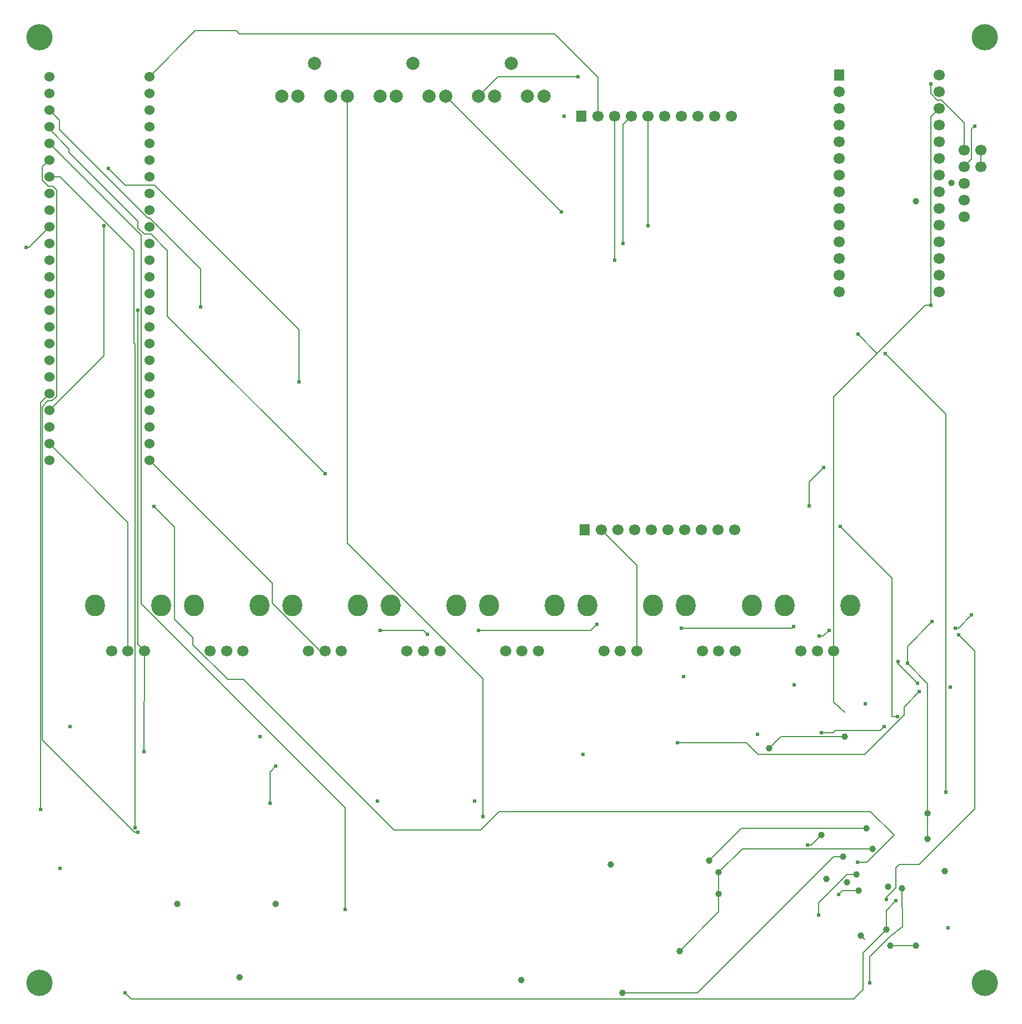
<source format=gbl>
G04 Layer: BottomLayer*
G04 EasyEDA v6.5.51, 2025-11-28 17:22:10*
G04 3f89507fd9de47f783310b3fc4076c63,ba7c814570024b70955b40637584d18f,10*
G04 Gerber Generator version 0.2*
G04 Scale: 100 percent, Rotated: No, Reflected: No *
G04 Dimensions in millimeters *
G04 leading zeros omitted , absolute positions ,4 integer and 5 decimal *
%FSLAX45Y45*%
%MOMM*%

%ADD10C,0.1300*%
%ADD11C,0.1270*%
%ADD12C,4.0000*%
%ADD13C,1.7000*%
%ADD14R,1.5748X1.7000*%
%ADD15C,2.0000*%
%ADD16R,1.5240X1.7000*%
%ADD17C,1.5240*%
%ADD18C,0.0104*%
%ADD19O,2.999994X3.299993*%
%ADD20C,1.0000*%
%ADD21C,0.6096*%
%ADD22C,0.6100*%

%LPD*%
D10*
X12599924Y-2249931D02*
G01*
X12448793Y-2249931D01*
X12016486Y-2682239D01*
X12016486Y-2871978D01*
X10500106Y-2549905D02*
G01*
X10500106Y-2219960D01*
X9899904Y-3420110D02*
G01*
X10500106Y-2819907D01*
X10500106Y-2549905D01*
X13109956Y-3329939D02*
G01*
X13499845Y-3329939D01*
X13500100Y-3329939D01*
X12628372Y-2496565D02*
G01*
X12384024Y-2496565D01*
X12322556Y-2557779D01*
X12750012Y-1550009D02*
G01*
X10840110Y-1550009D01*
X10349991Y-2040130D01*
X13199999Y-2650007D02*
G01*
X13050006Y-2799999D01*
X13050006Y-3089907D01*
X12420091Y-150113D02*
G01*
X11447272Y-150113D01*
X11267440Y-329945D01*
X12911836Y5684012D02*
G01*
X12249911Y5022087D01*
X12249911Y1149857D01*
X1750060Y1149857D02*
G01*
X1646681Y1253489D01*
X1646681Y6343904D01*
X12911836Y5684012D02*
G01*
X13643863Y6416039D01*
X13732256Y6416039D01*
X13679931Y-1320037D02*
G01*
X13679931Y657860D01*
X13374116Y963929D01*
X12911836Y5684012D02*
G01*
X12618465Y5977381D01*
X13679931Y-1709928D02*
G01*
X13679931Y-1320037D01*
X8710929Y2999994D02*
G01*
X9249918Y2461005D01*
X9249918Y1149857D01*
X13857986Y9416034D02*
G01*
X13732256Y9290304D01*
X13732256Y6416039D01*
X6337300Y9605263D02*
G01*
X8102854Y7839455D01*
X8102854Y7838439D01*
X13038327Y5679439D02*
G01*
X13960347Y4757420D01*
X13960347Y-997965D01*
X299973Y8629904D02*
G01*
X195071Y8525002D01*
X195071Y8325865D01*
X287273Y8233663D01*
X351028Y8233663D01*
X411987Y8172450D01*
X411987Y5032247D01*
X339852Y4960365D01*
X280923Y4960365D01*
X194055Y4873497D01*
X194055Y-200660D01*
X1601470Y-1608073D01*
X1644904Y-1608073D01*
X299973Y8883904D02*
G01*
X1699768Y7484110D01*
X1699768Y1871218D01*
X4802886Y-1231645D01*
X4802886Y-2787142D01*
X299973Y5073904D02*
G01*
X164845Y4938776D01*
X164845Y-1262379D01*
X299973Y9391904D02*
G01*
X455168Y9236963D01*
X455168Y9097010D01*
X1800605Y7751318D01*
X1829307Y7751318D01*
X2608579Y6971792D01*
X2608579Y6398260D01*
X8914891Y9299955D02*
G01*
X8914891Y7105904D01*
X4837175Y9605263D02*
G01*
X4837175Y2797047D01*
X6903720Y730757D01*
X6903720Y-1372615D01*
X4500118Y1149857D02*
G01*
X4424934Y1149857D01*
X3693413Y1881631D01*
X3693413Y2188718D01*
X1823973Y4057904D01*
X1500123Y1149857D02*
G01*
X1500123Y3112007D01*
X299973Y4311904D01*
X14492986Y8527034D02*
G01*
X14492986Y8781034D01*
X14238986Y8781034D02*
G01*
X14238986Y9195815D01*
X13892022Y9543034D01*
X13827506Y9543034D01*
X13729208Y9641331D01*
X13729208Y9788397D01*
X9422891Y9299955D02*
G01*
X9422891Y7631684D01*
X299973Y4819904D02*
G01*
X1133347Y5653278D01*
X1133347Y7627620D01*
X9168891Y9299955D02*
G01*
X9039097Y9170162D01*
X9039097Y7359904D01*
D11*
X8661001Y9299999D02*
G01*
X8661001Y9888997D01*
X7999999Y10549999D01*
X3200001Y10549999D01*
X3150001Y10599999D01*
X2523992Y10599999D01*
X1823999Y9900005D01*
X6837205Y9605284D02*
G01*
X7131921Y9900000D01*
X8350001Y9900000D01*
X1200000Y8500000D02*
G01*
X1449999Y8250001D01*
X1900001Y8250001D01*
X4099999Y6050003D01*
X4099999Y5249999D01*
X-50037Y7300000D02*
G01*
X-14005Y7300000D01*
X299999Y7614005D01*
X13049986Y-3090011D02*
G01*
X12700000Y-3439998D01*
X12700000Y-3999999D01*
X12550000Y-4149999D01*
X1549999Y-4149999D01*
X1449999Y-4049999D01*
X11849999Y-1799998D02*
G01*
X11910006Y-1799998D01*
X12059996Y-1650009D01*
X299999Y9138005D02*
G01*
X299999Y9099999D01*
X599998Y8800000D01*
X599998Y8750000D01*
X1649999Y7699999D01*
X1649999Y7600000D01*
X1749999Y7500000D01*
X1850001Y7500000D01*
X2100000Y7250000D01*
X2100000Y6250000D01*
X4500001Y3849999D01*
X14099999Y1499999D02*
G01*
X14149999Y1499999D01*
X14349999Y1699999D01*
X5339999Y1469999D02*
G01*
X5999998Y1469999D01*
X6059998Y1409999D01*
D10*
X12839954Y-1860042D02*
G01*
X10860024Y-1860042D01*
X10500106Y-2219960D01*
X9029954Y-4050029D02*
G01*
X10177018Y-4050029D01*
X12247118Y-1979929D01*
X12390120Y-1979929D01*
D11*
X13229996Y990092D02*
G01*
X13229996Y959998D01*
X13529995Y659998D01*
X3659997Y-1170000D02*
G01*
X3659997Y-690001D01*
X3750000Y-599998D01*
X12029996Y1379999D02*
G01*
X12089996Y1379999D01*
X12179995Y1469999D01*
D10*
X12349988Y3050031D02*
G01*
X13139927Y2260092D01*
X13139927Y156971D01*
X13220700Y156971D01*
D11*
X9929997Y1499999D02*
G01*
X11609997Y1499999D01*
X11639997Y1529999D01*
X6839999Y1469999D02*
G01*
X8549998Y1469999D01*
X8639997Y1559999D01*
X13049999Y-2628595D02*
G01*
X13049999Y-2600002D01*
X13199991Y-2450010D01*
X13199991Y-2149990D01*
X14150086Y1400047D02*
G01*
X14400022Y1150112D01*
X14400022Y-1249934D01*
X13549884Y-2100071D01*
X13249909Y-2100071D01*
X13199991Y-2149990D01*
D10*
X13099999Y-3200001D02*
G01*
X13300001Y-3049998D01*
X13290041Y-2459989D01*
D11*
X9869998Y-239999D02*
G01*
X10709996Y-239999D01*
X10919995Y-239999D01*
X11099995Y-419999D01*
X12719997Y-419999D01*
X12779997Y-359999D01*
X13319996Y179999D01*
X13319996Y299999D01*
X13319996Y299999D01*
X13559995Y539998D01*
X12059996Y-89999D02*
G01*
X12239995Y-89999D01*
X12269995Y-59999D01*
X12959996Y-59999D01*
X13019996Y0D01*
X11879986Y3359988D02*
G01*
X11879986Y3729984D01*
X12099998Y3949997D01*
X14238986Y8527008D02*
G01*
X14238986Y8538987D01*
X14349999Y8650000D01*
X14349999Y9099997D01*
X14400001Y9149999D01*
D10*
X12660122Y-3180079D02*
G01*
X12720065Y-3240023D01*
D11*
X13374116Y963929D02*
G01*
X13374116Y1224114D01*
X13750000Y1599999D01*
D10*
X13290041Y-2459989D02*
G01*
X13300001Y-3049998D01*
X13099999Y-3200001D01*
X12799999Y-3500000D01*
X12799999Y-3899999D01*
D11*
X12610007Y-2060000D02*
G01*
X12760007Y-2060000D01*
X13170006Y-1650001D01*
X12810004Y-1289999D01*
X10010005Y-1289999D01*
X7150006Y-1289999D01*
X6870004Y-1570001D01*
X5550004Y-1570001D01*
X3260001Y720001D01*
X3019999Y720001D01*
X2490000Y1250000D01*
X2490000Y1360002D01*
X2210000Y1640001D01*
X2210000Y3040001D01*
X1880001Y3370000D01*
D10*
X1607820Y-1535684D02*
G01*
X1607820Y5825744D01*
X1593342Y5840221D01*
X1593342Y7248397D01*
X465836Y8375904D01*
X299973Y8375904D01*
X1750060Y1149857D02*
G01*
X1740001Y-380009D01*
X1740001Y-379999D01*
X12249911Y1149857D02*
G01*
X12249911Y372363D01*
X12420005Y219999D01*
D12*
G01*
X14550009Y10500004D03*
G01*
X150012Y10500004D03*
G01*
X150012Y-3899992D03*
G01*
X14550009Y-3899992D03*
D13*
G01*
X10743006Y2999994D03*
G01*
X10489006Y2999994D03*
G01*
X10235006Y2999994D03*
G01*
X9981006Y2999994D03*
G01*
X9727006Y2999994D03*
G01*
X9473006Y2999994D03*
G01*
X9219006Y2999994D03*
G01*
X8965006Y2999994D03*
G01*
X8711006Y2999994D03*
D14*
G01*
X8457006Y2999994D03*
D13*
G01*
X10692993Y9300006D03*
G01*
X10438993Y9300006D03*
G01*
X10184993Y9300006D03*
G01*
X9930993Y9300006D03*
G01*
X9676993Y9300006D03*
G01*
X9422993Y9300006D03*
G01*
X9168993Y9300006D03*
G01*
X8914993Y9300006D03*
G01*
X8660993Y9300006D03*
D14*
G01*
X8406993Y9300006D03*
D15*
G01*
X4337177Y10105262D03*
G01*
X3837177Y9605263D03*
G01*
X4837175Y9605263D03*
G01*
X4087164Y9605263D03*
G01*
X4587163Y9605263D03*
G01*
X7337196Y10105288D03*
G01*
X6837197Y9605289D03*
G01*
X7837195Y9605289D03*
G01*
X7087184Y9605289D03*
G01*
X7587183Y9605289D03*
G01*
X5837199Y10105288D03*
G01*
X5337200Y9605289D03*
G01*
X6337198Y9605289D03*
G01*
X5587187Y9605289D03*
G01*
X6087186Y9605289D03*
D16*
G01*
X12334011Y9924008D03*
D13*
G01*
X12333986Y9670008D03*
G01*
X12333986Y9416008D03*
G01*
X12333986Y9162008D03*
G01*
X12333986Y8908008D03*
G01*
X12333986Y8654008D03*
G01*
X12333986Y8400008D03*
G01*
X12333986Y8146008D03*
G01*
X12333986Y7892008D03*
G01*
X12333986Y7638008D03*
G01*
X12333986Y7384008D03*
G01*
X12333986Y7130008D03*
G01*
X12333986Y6876008D03*
G01*
X12333986Y6622008D03*
G01*
X13857986Y9670008D03*
G01*
X13857986Y9416008D03*
G01*
X13857986Y9162008D03*
G01*
X13857986Y8908008D03*
G01*
X13857986Y8654008D03*
G01*
X13857986Y8400008D03*
G01*
X13857986Y8146008D03*
G01*
X13857986Y7892008D03*
G01*
X13857986Y7638008D03*
G01*
X13857986Y7384008D03*
G01*
X13857986Y7130008D03*
G01*
X13857986Y6876008D03*
G01*
X13857986Y6622008D03*
G01*
X13857986Y9924008D03*
G01*
X14492986Y8781008D03*
G01*
X14492986Y8527008D03*
G01*
X14238986Y8273008D03*
G01*
X14238986Y8019008D03*
G01*
X14238986Y7765008D03*
G01*
X14238986Y8781008D03*
G01*
X14238986Y8527008D03*
D17*
G01*
X299999Y9900005D03*
G01*
X299999Y9646005D03*
G01*
X299999Y9392005D03*
G01*
X299999Y9138005D03*
G01*
X299999Y8884005D03*
G01*
X299999Y8630005D03*
G01*
X299999Y8376005D03*
G01*
X299999Y8122005D03*
G01*
X299999Y7868005D03*
G01*
X299999Y7614005D03*
G01*
X299999Y7360005D03*
G01*
X299999Y7106005D03*
G01*
X299999Y6852005D03*
G01*
X299999Y6598005D03*
G01*
X299999Y6344005D03*
G01*
X299999Y6090005D03*
G01*
X299999Y5836005D03*
G01*
X299999Y5582005D03*
G01*
X299999Y5328005D03*
G01*
X299999Y5074005D03*
G01*
X299999Y4820005D03*
G01*
X299999Y4566005D03*
G01*
X299999Y4312005D03*
G01*
X299999Y4058005D03*
G01*
X1823999Y4058005D03*
G01*
X1823999Y4312005D03*
G01*
X1823999Y4566005D03*
G01*
X1823999Y4820005D03*
G01*
X1823999Y5074005D03*
G01*
X1823999Y5328005D03*
G01*
X1823999Y5582005D03*
G01*
X1823999Y5836005D03*
G01*
X1823999Y6090005D03*
G01*
X1823999Y6344005D03*
G01*
X1823999Y6598005D03*
G01*
X1823999Y6852005D03*
G01*
X1823999Y7106005D03*
G01*
X1823999Y7360005D03*
G01*
X1823999Y7614005D03*
G01*
X1823999Y7868005D03*
G01*
X1823999Y8122005D03*
G01*
X1823999Y8376005D03*
G01*
X1823999Y8630005D03*
G01*
X1823999Y8884005D03*
G01*
X1823999Y9138005D03*
G01*
X1823999Y9392005D03*
G01*
X1823999Y9646005D03*
G01*
X1823999Y9900005D03*
D13*
G01*
X1250010Y1149985D03*
G01*
X1499996Y1149985D03*
G01*
X1750009Y1149985D03*
D19*
G01*
X1999995Y1849983D03*
G01*
X999997Y1849983D03*
D13*
G01*
X2750007Y1149985D03*
G01*
X2999993Y1149985D03*
G01*
X3250006Y1149985D03*
D19*
G01*
X3499993Y1849983D03*
G01*
X2499995Y1849983D03*
D13*
G01*
X4250004Y1149985D03*
G01*
X4499990Y1149985D03*
G01*
X4750003Y1149985D03*
D19*
G01*
X4999990Y1849983D03*
G01*
X3999991Y1849983D03*
D13*
G01*
X5750026Y1149985D03*
G01*
X6000013Y1149985D03*
G01*
X6250025Y1149985D03*
D19*
G01*
X6500012Y1849983D03*
G01*
X5500014Y1849983D03*
D13*
G01*
X7250023Y1149985D03*
G01*
X7500010Y1149985D03*
G01*
X7750022Y1149985D03*
D19*
G01*
X8000009Y1849983D03*
G01*
X7000011Y1849983D03*
D13*
G01*
X8750020Y1149985D03*
G01*
X9000007Y1149985D03*
G01*
X9250019Y1149985D03*
D19*
G01*
X9500006Y1849983D03*
G01*
X8500008Y1849983D03*
D13*
G01*
X10250017Y1149985D03*
G01*
X10500004Y1149985D03*
G01*
X10750016Y1149985D03*
D19*
G01*
X11000003Y1849983D03*
G01*
X10000005Y1849983D03*
D13*
G01*
X11750014Y1149985D03*
G01*
X12000001Y1149985D03*
G01*
X12250013Y1149985D03*
D19*
G01*
X12500000Y1849983D03*
G01*
X11500002Y1849983D03*
D20*
G01*
X13049986Y-3090011D03*
G01*
X13499998Y8000009D03*
G01*
X11267389Y-329996D03*
G01*
X12419990Y-150012D03*
G01*
X14040002Y8279993D03*
G01*
X12449987Y-2366975D03*
G01*
X12140006Y-2320010D03*
G01*
X13289991Y-2459989D03*
G01*
X13080009Y-2433015D03*
G01*
X12600000Y-2250008D03*
G01*
X12389993Y-1980006D03*
G01*
X12628448Y-2496515D03*
G01*
X2250008Y-2699994D03*
G01*
X3750005Y-2699994D03*
G01*
X7490002Y-3860012D03*
G01*
X8849995Y-2099995D03*
G01*
X9029954Y-4050029D03*
G01*
X3199993Y-3820007D03*
G01*
X12750012Y-1550009D03*
G01*
X10349991Y-2040001D03*
G01*
X12840004Y-1859991D03*
G01*
X10500004Y-2220010D03*
G01*
X10500004Y-2550007D03*
G01*
X9900005Y-3420008D03*
G01*
X13941196Y-2198801D03*
G01*
X12059996Y-1650009D03*
G01*
X13499998Y-3329990D03*
G01*
X12659995Y-3180003D03*
G01*
X13680008Y-1320012D03*
G01*
X13680008Y-1710004D03*
G01*
X13109956Y-3329939D03*
D21*
G01*
X12799999Y-3899992D03*
D22*
G01*
X12016486Y-2871978D03*
G01*
X12322556Y-2557779D03*
D21*
G01*
X11849988Y-1799996D03*
G01*
X1450009Y-4050004D03*
G01*
X13199999Y-2650007D03*
D22*
G01*
X13732256Y6416039D03*
G01*
X12618465Y5977381D03*
G01*
X13374116Y963929D03*
G01*
X1646681Y6343904D03*
D21*
G01*
X13750010Y1599996D03*
G01*
X14099997Y1499996D03*
G01*
X14350009Y1699996D03*
G01*
X8430006Y-419988D03*
D22*
G01*
X9039097Y7359904D03*
G01*
X1133347Y7627620D03*
G01*
X9422891Y7631684D03*
G01*
X13729208Y9788397D03*
G01*
X13220700Y156971D03*
G01*
X12350013Y3050006D03*
G01*
X6903720Y-1372615D03*
G01*
X8914891Y7105904D03*
G01*
X2608579Y6398260D03*
G01*
X164845Y-1262379D03*
G01*
X4802886Y-2787142D03*
G01*
X1644904Y-1608073D03*
G01*
X1607820Y-1535684D03*
G01*
X13038327Y5679439D03*
G01*
X13960347Y-997965D03*
G01*
X8102854Y7838439D03*
D21*
G01*
X3659987Y-1170000D03*
G01*
X3750005Y-599998D03*
G01*
X12059996Y-89992D03*
G01*
X13019989Y0D03*
G01*
X9870008Y-240004D03*
G01*
X13552474Y532460D03*
G01*
X14028674Y599947D03*
G01*
X8349995Y9900005D03*
G01*
X14399996Y9149994D03*
G01*
X1199997Y8500008D03*
G01*
X4099991Y5250002D03*
G01*
X11879986Y3359988D03*
G01*
X12100001Y3950004D03*
G01*
X4499990Y3850004D03*
G01*
X14150009Y1399997D03*
G01*
X13050011Y-2628595D03*
G01*
X-50037Y7300010D03*
G01*
X5339994Y1469999D03*
G01*
X6060008Y1410004D03*
G01*
X6839991Y1469999D03*
G01*
X8639987Y1559991D03*
G01*
X9930002Y1499996D03*
G01*
X11640007Y1529994D03*
G01*
X12029998Y1380007D03*
G01*
X12179985Y1469999D03*
G01*
X13229996Y990092D03*
G01*
X13529995Y659993D03*
G01*
X12610007Y-2059990D03*
G01*
X1893138Y3356863D03*
G01*
X614781Y0D03*
G01*
X3510000Y-150012D03*
G01*
X11089995Y-119989D03*
G01*
X11650014Y640003D03*
G01*
X6779996Y-1129995D03*
G01*
X8140014Y9300006D03*
G01*
X459994Y-2159990D03*
G01*
X12729997Y349986D03*
G01*
X5300014Y-1129995D03*
G01*
X9960000Y759993D03*
G01*
X13990015Y-3060014D03*
G01*
X1740001Y-380009D03*
M02*

</source>
